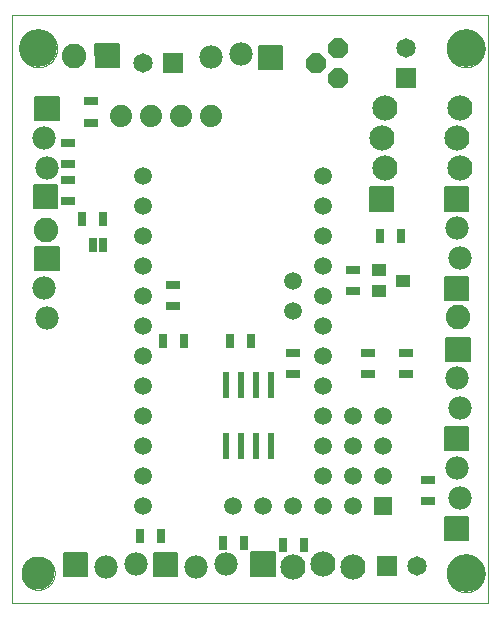
<source format=gbs>
G75*
%MOIN*%
%OFA0B0*%
%FSLAX25Y25*%
%IPPOS*%
%LPD*%
%AMOC8*
5,1,8,0,0,1.08239X$1,22.5*
%
%ADD10C,0.00000*%
%ADD11C,0.11024*%
%ADD12C,0.12598*%
%ADD13R,0.06500X0.06500*%
%ADD14C,0.06500*%
%ADD15R,0.03150X0.04724*%
%ADD16R,0.02362X0.08661*%
%ADD17OC8,0.06600*%
%ADD18R,0.04500X0.04000*%
%ADD19C,0.00500*%
%ADD20C,0.07800*%
%ADD21C,0.08400*%
%ADD22C,0.08200*%
%ADD23C,0.05906*%
%ADD24R,0.05906X0.05906*%
%ADD25R,0.04724X0.03150*%
%ADD26C,0.07400*%
%ADD27R,0.02500X0.05000*%
D10*
X0073845Y0002513D02*
X0073845Y0198763D01*
X0232595Y0198763D01*
X0232595Y0002513D01*
X0073845Y0002513D01*
X0077083Y0012513D02*
X0077085Y0012661D01*
X0077091Y0012809D01*
X0077101Y0012957D01*
X0077115Y0013104D01*
X0077133Y0013251D01*
X0077154Y0013397D01*
X0077180Y0013543D01*
X0077210Y0013688D01*
X0077243Y0013832D01*
X0077281Y0013975D01*
X0077322Y0014117D01*
X0077367Y0014258D01*
X0077415Y0014398D01*
X0077468Y0014537D01*
X0077524Y0014674D01*
X0077584Y0014809D01*
X0077647Y0014943D01*
X0077714Y0015075D01*
X0077785Y0015205D01*
X0077859Y0015333D01*
X0077936Y0015459D01*
X0078017Y0015583D01*
X0078101Y0015705D01*
X0078188Y0015824D01*
X0078279Y0015941D01*
X0078373Y0016056D01*
X0078469Y0016168D01*
X0078569Y0016278D01*
X0078671Y0016384D01*
X0078777Y0016488D01*
X0078885Y0016589D01*
X0078996Y0016687D01*
X0079109Y0016783D01*
X0079225Y0016875D01*
X0079343Y0016964D01*
X0079464Y0017049D01*
X0079587Y0017132D01*
X0079712Y0017211D01*
X0079839Y0017287D01*
X0079968Y0017359D01*
X0080099Y0017428D01*
X0080232Y0017493D01*
X0080367Y0017554D01*
X0080503Y0017612D01*
X0080640Y0017667D01*
X0080779Y0017717D01*
X0080920Y0017764D01*
X0081061Y0017807D01*
X0081204Y0017847D01*
X0081348Y0017882D01*
X0081492Y0017914D01*
X0081638Y0017941D01*
X0081784Y0017965D01*
X0081931Y0017985D01*
X0082078Y0018001D01*
X0082225Y0018013D01*
X0082373Y0018021D01*
X0082521Y0018025D01*
X0082669Y0018025D01*
X0082817Y0018021D01*
X0082965Y0018013D01*
X0083112Y0018001D01*
X0083259Y0017985D01*
X0083406Y0017965D01*
X0083552Y0017941D01*
X0083698Y0017914D01*
X0083842Y0017882D01*
X0083986Y0017847D01*
X0084129Y0017807D01*
X0084270Y0017764D01*
X0084411Y0017717D01*
X0084550Y0017667D01*
X0084687Y0017612D01*
X0084823Y0017554D01*
X0084958Y0017493D01*
X0085091Y0017428D01*
X0085222Y0017359D01*
X0085351Y0017287D01*
X0085478Y0017211D01*
X0085603Y0017132D01*
X0085726Y0017049D01*
X0085847Y0016964D01*
X0085965Y0016875D01*
X0086081Y0016783D01*
X0086194Y0016687D01*
X0086305Y0016589D01*
X0086413Y0016488D01*
X0086519Y0016384D01*
X0086621Y0016278D01*
X0086721Y0016168D01*
X0086817Y0016056D01*
X0086911Y0015941D01*
X0087002Y0015824D01*
X0087089Y0015705D01*
X0087173Y0015583D01*
X0087254Y0015459D01*
X0087331Y0015333D01*
X0087405Y0015205D01*
X0087476Y0015075D01*
X0087543Y0014943D01*
X0087606Y0014809D01*
X0087666Y0014674D01*
X0087722Y0014537D01*
X0087775Y0014398D01*
X0087823Y0014258D01*
X0087868Y0014117D01*
X0087909Y0013975D01*
X0087947Y0013832D01*
X0087980Y0013688D01*
X0088010Y0013543D01*
X0088036Y0013397D01*
X0088057Y0013251D01*
X0088075Y0013104D01*
X0088089Y0012957D01*
X0088099Y0012809D01*
X0088105Y0012661D01*
X0088107Y0012513D01*
X0088105Y0012365D01*
X0088099Y0012217D01*
X0088089Y0012069D01*
X0088075Y0011922D01*
X0088057Y0011775D01*
X0088036Y0011629D01*
X0088010Y0011483D01*
X0087980Y0011338D01*
X0087947Y0011194D01*
X0087909Y0011051D01*
X0087868Y0010909D01*
X0087823Y0010768D01*
X0087775Y0010628D01*
X0087722Y0010489D01*
X0087666Y0010352D01*
X0087606Y0010217D01*
X0087543Y0010083D01*
X0087476Y0009951D01*
X0087405Y0009821D01*
X0087331Y0009693D01*
X0087254Y0009567D01*
X0087173Y0009443D01*
X0087089Y0009321D01*
X0087002Y0009202D01*
X0086911Y0009085D01*
X0086817Y0008970D01*
X0086721Y0008858D01*
X0086621Y0008748D01*
X0086519Y0008642D01*
X0086413Y0008538D01*
X0086305Y0008437D01*
X0086194Y0008339D01*
X0086081Y0008243D01*
X0085965Y0008151D01*
X0085847Y0008062D01*
X0085726Y0007977D01*
X0085603Y0007894D01*
X0085478Y0007815D01*
X0085351Y0007739D01*
X0085222Y0007667D01*
X0085091Y0007598D01*
X0084958Y0007533D01*
X0084823Y0007472D01*
X0084687Y0007414D01*
X0084550Y0007359D01*
X0084411Y0007309D01*
X0084270Y0007262D01*
X0084129Y0007219D01*
X0083986Y0007179D01*
X0083842Y0007144D01*
X0083698Y0007112D01*
X0083552Y0007085D01*
X0083406Y0007061D01*
X0083259Y0007041D01*
X0083112Y0007025D01*
X0082965Y0007013D01*
X0082817Y0007005D01*
X0082669Y0007001D01*
X0082521Y0007001D01*
X0082373Y0007005D01*
X0082225Y0007013D01*
X0082078Y0007025D01*
X0081931Y0007041D01*
X0081784Y0007061D01*
X0081638Y0007085D01*
X0081492Y0007112D01*
X0081348Y0007144D01*
X0081204Y0007179D01*
X0081061Y0007219D01*
X0080920Y0007262D01*
X0080779Y0007309D01*
X0080640Y0007359D01*
X0080503Y0007414D01*
X0080367Y0007472D01*
X0080232Y0007533D01*
X0080099Y0007598D01*
X0079968Y0007667D01*
X0079839Y0007739D01*
X0079712Y0007815D01*
X0079587Y0007894D01*
X0079464Y0007977D01*
X0079343Y0008062D01*
X0079225Y0008151D01*
X0079109Y0008243D01*
X0078996Y0008339D01*
X0078885Y0008437D01*
X0078777Y0008538D01*
X0078671Y0008642D01*
X0078569Y0008748D01*
X0078469Y0008858D01*
X0078373Y0008970D01*
X0078279Y0009085D01*
X0078188Y0009202D01*
X0078101Y0009321D01*
X0078017Y0009443D01*
X0077936Y0009567D01*
X0077859Y0009693D01*
X0077785Y0009821D01*
X0077714Y0009951D01*
X0077647Y0010083D01*
X0077584Y0010217D01*
X0077524Y0010352D01*
X0077468Y0010489D01*
X0077415Y0010628D01*
X0077367Y0010768D01*
X0077322Y0010909D01*
X0077281Y0011051D01*
X0077243Y0011194D01*
X0077210Y0011338D01*
X0077180Y0011483D01*
X0077154Y0011629D01*
X0077133Y0011775D01*
X0077115Y0011922D01*
X0077101Y0012069D01*
X0077091Y0012217D01*
X0077085Y0012365D01*
X0077083Y0012513D01*
X0218796Y0012513D02*
X0218798Y0012671D01*
X0218804Y0012829D01*
X0218814Y0012987D01*
X0218828Y0013145D01*
X0218846Y0013302D01*
X0218867Y0013459D01*
X0218893Y0013615D01*
X0218923Y0013771D01*
X0218956Y0013926D01*
X0218994Y0014079D01*
X0219035Y0014232D01*
X0219080Y0014384D01*
X0219129Y0014535D01*
X0219182Y0014684D01*
X0219238Y0014832D01*
X0219298Y0014978D01*
X0219362Y0015123D01*
X0219430Y0015266D01*
X0219501Y0015408D01*
X0219575Y0015548D01*
X0219653Y0015685D01*
X0219735Y0015821D01*
X0219819Y0015955D01*
X0219908Y0016086D01*
X0219999Y0016215D01*
X0220094Y0016342D01*
X0220191Y0016467D01*
X0220292Y0016589D01*
X0220396Y0016708D01*
X0220503Y0016825D01*
X0220613Y0016939D01*
X0220726Y0017050D01*
X0220841Y0017159D01*
X0220959Y0017264D01*
X0221080Y0017366D01*
X0221203Y0017466D01*
X0221329Y0017562D01*
X0221457Y0017655D01*
X0221587Y0017745D01*
X0221720Y0017831D01*
X0221855Y0017915D01*
X0221991Y0017994D01*
X0222130Y0018071D01*
X0222271Y0018143D01*
X0222413Y0018213D01*
X0222557Y0018278D01*
X0222703Y0018340D01*
X0222850Y0018398D01*
X0222999Y0018453D01*
X0223149Y0018504D01*
X0223300Y0018551D01*
X0223452Y0018594D01*
X0223605Y0018633D01*
X0223760Y0018669D01*
X0223915Y0018700D01*
X0224071Y0018728D01*
X0224227Y0018752D01*
X0224384Y0018772D01*
X0224542Y0018788D01*
X0224699Y0018800D01*
X0224858Y0018808D01*
X0225016Y0018812D01*
X0225174Y0018812D01*
X0225332Y0018808D01*
X0225491Y0018800D01*
X0225648Y0018788D01*
X0225806Y0018772D01*
X0225963Y0018752D01*
X0226119Y0018728D01*
X0226275Y0018700D01*
X0226430Y0018669D01*
X0226585Y0018633D01*
X0226738Y0018594D01*
X0226890Y0018551D01*
X0227041Y0018504D01*
X0227191Y0018453D01*
X0227340Y0018398D01*
X0227487Y0018340D01*
X0227633Y0018278D01*
X0227777Y0018213D01*
X0227919Y0018143D01*
X0228060Y0018071D01*
X0228199Y0017994D01*
X0228335Y0017915D01*
X0228470Y0017831D01*
X0228603Y0017745D01*
X0228733Y0017655D01*
X0228861Y0017562D01*
X0228987Y0017466D01*
X0229110Y0017366D01*
X0229231Y0017264D01*
X0229349Y0017159D01*
X0229464Y0017050D01*
X0229577Y0016939D01*
X0229687Y0016825D01*
X0229794Y0016708D01*
X0229898Y0016589D01*
X0229999Y0016467D01*
X0230096Y0016342D01*
X0230191Y0016215D01*
X0230282Y0016086D01*
X0230371Y0015955D01*
X0230455Y0015821D01*
X0230537Y0015685D01*
X0230615Y0015548D01*
X0230689Y0015408D01*
X0230760Y0015266D01*
X0230828Y0015123D01*
X0230892Y0014978D01*
X0230952Y0014832D01*
X0231008Y0014684D01*
X0231061Y0014535D01*
X0231110Y0014384D01*
X0231155Y0014232D01*
X0231196Y0014079D01*
X0231234Y0013926D01*
X0231267Y0013771D01*
X0231297Y0013615D01*
X0231323Y0013459D01*
X0231344Y0013302D01*
X0231362Y0013145D01*
X0231376Y0012987D01*
X0231386Y0012829D01*
X0231392Y0012671D01*
X0231394Y0012513D01*
X0231392Y0012355D01*
X0231386Y0012197D01*
X0231376Y0012039D01*
X0231362Y0011881D01*
X0231344Y0011724D01*
X0231323Y0011567D01*
X0231297Y0011411D01*
X0231267Y0011255D01*
X0231234Y0011100D01*
X0231196Y0010947D01*
X0231155Y0010794D01*
X0231110Y0010642D01*
X0231061Y0010491D01*
X0231008Y0010342D01*
X0230952Y0010194D01*
X0230892Y0010048D01*
X0230828Y0009903D01*
X0230760Y0009760D01*
X0230689Y0009618D01*
X0230615Y0009478D01*
X0230537Y0009341D01*
X0230455Y0009205D01*
X0230371Y0009071D01*
X0230282Y0008940D01*
X0230191Y0008811D01*
X0230096Y0008684D01*
X0229999Y0008559D01*
X0229898Y0008437D01*
X0229794Y0008318D01*
X0229687Y0008201D01*
X0229577Y0008087D01*
X0229464Y0007976D01*
X0229349Y0007867D01*
X0229231Y0007762D01*
X0229110Y0007660D01*
X0228987Y0007560D01*
X0228861Y0007464D01*
X0228733Y0007371D01*
X0228603Y0007281D01*
X0228470Y0007195D01*
X0228335Y0007111D01*
X0228199Y0007032D01*
X0228060Y0006955D01*
X0227919Y0006883D01*
X0227777Y0006813D01*
X0227633Y0006748D01*
X0227487Y0006686D01*
X0227340Y0006628D01*
X0227191Y0006573D01*
X0227041Y0006522D01*
X0226890Y0006475D01*
X0226738Y0006432D01*
X0226585Y0006393D01*
X0226430Y0006357D01*
X0226275Y0006326D01*
X0226119Y0006298D01*
X0225963Y0006274D01*
X0225806Y0006254D01*
X0225648Y0006238D01*
X0225491Y0006226D01*
X0225332Y0006218D01*
X0225174Y0006214D01*
X0225016Y0006214D01*
X0224858Y0006218D01*
X0224699Y0006226D01*
X0224542Y0006238D01*
X0224384Y0006254D01*
X0224227Y0006274D01*
X0224071Y0006298D01*
X0223915Y0006326D01*
X0223760Y0006357D01*
X0223605Y0006393D01*
X0223452Y0006432D01*
X0223300Y0006475D01*
X0223149Y0006522D01*
X0222999Y0006573D01*
X0222850Y0006628D01*
X0222703Y0006686D01*
X0222557Y0006748D01*
X0222413Y0006813D01*
X0222271Y0006883D01*
X0222130Y0006955D01*
X0221991Y0007032D01*
X0221855Y0007111D01*
X0221720Y0007195D01*
X0221587Y0007281D01*
X0221457Y0007371D01*
X0221329Y0007464D01*
X0221203Y0007560D01*
X0221080Y0007660D01*
X0220959Y0007762D01*
X0220841Y0007867D01*
X0220726Y0007976D01*
X0220613Y0008087D01*
X0220503Y0008201D01*
X0220396Y0008318D01*
X0220292Y0008437D01*
X0220191Y0008559D01*
X0220094Y0008684D01*
X0219999Y0008811D01*
X0219908Y0008940D01*
X0219819Y0009071D01*
X0219735Y0009205D01*
X0219653Y0009341D01*
X0219575Y0009478D01*
X0219501Y0009618D01*
X0219430Y0009760D01*
X0219362Y0009903D01*
X0219298Y0010048D01*
X0219238Y0010194D01*
X0219182Y0010342D01*
X0219129Y0010491D01*
X0219080Y0010642D01*
X0219035Y0010794D01*
X0218994Y0010947D01*
X0218956Y0011100D01*
X0218923Y0011255D01*
X0218893Y0011411D01*
X0218867Y0011567D01*
X0218846Y0011724D01*
X0218828Y0011881D01*
X0218814Y0012039D01*
X0218804Y0012197D01*
X0218798Y0012355D01*
X0218796Y0012513D01*
X0218796Y0187513D02*
X0218798Y0187671D01*
X0218804Y0187829D01*
X0218814Y0187987D01*
X0218828Y0188145D01*
X0218846Y0188302D01*
X0218867Y0188459D01*
X0218893Y0188615D01*
X0218923Y0188771D01*
X0218956Y0188926D01*
X0218994Y0189079D01*
X0219035Y0189232D01*
X0219080Y0189384D01*
X0219129Y0189535D01*
X0219182Y0189684D01*
X0219238Y0189832D01*
X0219298Y0189978D01*
X0219362Y0190123D01*
X0219430Y0190266D01*
X0219501Y0190408D01*
X0219575Y0190548D01*
X0219653Y0190685D01*
X0219735Y0190821D01*
X0219819Y0190955D01*
X0219908Y0191086D01*
X0219999Y0191215D01*
X0220094Y0191342D01*
X0220191Y0191467D01*
X0220292Y0191589D01*
X0220396Y0191708D01*
X0220503Y0191825D01*
X0220613Y0191939D01*
X0220726Y0192050D01*
X0220841Y0192159D01*
X0220959Y0192264D01*
X0221080Y0192366D01*
X0221203Y0192466D01*
X0221329Y0192562D01*
X0221457Y0192655D01*
X0221587Y0192745D01*
X0221720Y0192831D01*
X0221855Y0192915D01*
X0221991Y0192994D01*
X0222130Y0193071D01*
X0222271Y0193143D01*
X0222413Y0193213D01*
X0222557Y0193278D01*
X0222703Y0193340D01*
X0222850Y0193398D01*
X0222999Y0193453D01*
X0223149Y0193504D01*
X0223300Y0193551D01*
X0223452Y0193594D01*
X0223605Y0193633D01*
X0223760Y0193669D01*
X0223915Y0193700D01*
X0224071Y0193728D01*
X0224227Y0193752D01*
X0224384Y0193772D01*
X0224542Y0193788D01*
X0224699Y0193800D01*
X0224858Y0193808D01*
X0225016Y0193812D01*
X0225174Y0193812D01*
X0225332Y0193808D01*
X0225491Y0193800D01*
X0225648Y0193788D01*
X0225806Y0193772D01*
X0225963Y0193752D01*
X0226119Y0193728D01*
X0226275Y0193700D01*
X0226430Y0193669D01*
X0226585Y0193633D01*
X0226738Y0193594D01*
X0226890Y0193551D01*
X0227041Y0193504D01*
X0227191Y0193453D01*
X0227340Y0193398D01*
X0227487Y0193340D01*
X0227633Y0193278D01*
X0227777Y0193213D01*
X0227919Y0193143D01*
X0228060Y0193071D01*
X0228199Y0192994D01*
X0228335Y0192915D01*
X0228470Y0192831D01*
X0228603Y0192745D01*
X0228733Y0192655D01*
X0228861Y0192562D01*
X0228987Y0192466D01*
X0229110Y0192366D01*
X0229231Y0192264D01*
X0229349Y0192159D01*
X0229464Y0192050D01*
X0229577Y0191939D01*
X0229687Y0191825D01*
X0229794Y0191708D01*
X0229898Y0191589D01*
X0229999Y0191467D01*
X0230096Y0191342D01*
X0230191Y0191215D01*
X0230282Y0191086D01*
X0230371Y0190955D01*
X0230455Y0190821D01*
X0230537Y0190685D01*
X0230615Y0190548D01*
X0230689Y0190408D01*
X0230760Y0190266D01*
X0230828Y0190123D01*
X0230892Y0189978D01*
X0230952Y0189832D01*
X0231008Y0189684D01*
X0231061Y0189535D01*
X0231110Y0189384D01*
X0231155Y0189232D01*
X0231196Y0189079D01*
X0231234Y0188926D01*
X0231267Y0188771D01*
X0231297Y0188615D01*
X0231323Y0188459D01*
X0231344Y0188302D01*
X0231362Y0188145D01*
X0231376Y0187987D01*
X0231386Y0187829D01*
X0231392Y0187671D01*
X0231394Y0187513D01*
X0231392Y0187355D01*
X0231386Y0187197D01*
X0231376Y0187039D01*
X0231362Y0186881D01*
X0231344Y0186724D01*
X0231323Y0186567D01*
X0231297Y0186411D01*
X0231267Y0186255D01*
X0231234Y0186100D01*
X0231196Y0185947D01*
X0231155Y0185794D01*
X0231110Y0185642D01*
X0231061Y0185491D01*
X0231008Y0185342D01*
X0230952Y0185194D01*
X0230892Y0185048D01*
X0230828Y0184903D01*
X0230760Y0184760D01*
X0230689Y0184618D01*
X0230615Y0184478D01*
X0230537Y0184341D01*
X0230455Y0184205D01*
X0230371Y0184071D01*
X0230282Y0183940D01*
X0230191Y0183811D01*
X0230096Y0183684D01*
X0229999Y0183559D01*
X0229898Y0183437D01*
X0229794Y0183318D01*
X0229687Y0183201D01*
X0229577Y0183087D01*
X0229464Y0182976D01*
X0229349Y0182867D01*
X0229231Y0182762D01*
X0229110Y0182660D01*
X0228987Y0182560D01*
X0228861Y0182464D01*
X0228733Y0182371D01*
X0228603Y0182281D01*
X0228470Y0182195D01*
X0228335Y0182111D01*
X0228199Y0182032D01*
X0228060Y0181955D01*
X0227919Y0181883D01*
X0227777Y0181813D01*
X0227633Y0181748D01*
X0227487Y0181686D01*
X0227340Y0181628D01*
X0227191Y0181573D01*
X0227041Y0181522D01*
X0226890Y0181475D01*
X0226738Y0181432D01*
X0226585Y0181393D01*
X0226430Y0181357D01*
X0226275Y0181326D01*
X0226119Y0181298D01*
X0225963Y0181274D01*
X0225806Y0181254D01*
X0225648Y0181238D01*
X0225491Y0181226D01*
X0225332Y0181218D01*
X0225174Y0181214D01*
X0225016Y0181214D01*
X0224858Y0181218D01*
X0224699Y0181226D01*
X0224542Y0181238D01*
X0224384Y0181254D01*
X0224227Y0181274D01*
X0224071Y0181298D01*
X0223915Y0181326D01*
X0223760Y0181357D01*
X0223605Y0181393D01*
X0223452Y0181432D01*
X0223300Y0181475D01*
X0223149Y0181522D01*
X0222999Y0181573D01*
X0222850Y0181628D01*
X0222703Y0181686D01*
X0222557Y0181748D01*
X0222413Y0181813D01*
X0222271Y0181883D01*
X0222130Y0181955D01*
X0221991Y0182032D01*
X0221855Y0182111D01*
X0221720Y0182195D01*
X0221587Y0182281D01*
X0221457Y0182371D01*
X0221329Y0182464D01*
X0221203Y0182560D01*
X0221080Y0182660D01*
X0220959Y0182762D01*
X0220841Y0182867D01*
X0220726Y0182976D01*
X0220613Y0183087D01*
X0220503Y0183201D01*
X0220396Y0183318D01*
X0220292Y0183437D01*
X0220191Y0183559D01*
X0220094Y0183684D01*
X0219999Y0183811D01*
X0219908Y0183940D01*
X0219819Y0184071D01*
X0219735Y0184205D01*
X0219653Y0184341D01*
X0219575Y0184478D01*
X0219501Y0184618D01*
X0219430Y0184760D01*
X0219362Y0184903D01*
X0219298Y0185048D01*
X0219238Y0185194D01*
X0219182Y0185342D01*
X0219129Y0185491D01*
X0219080Y0185642D01*
X0219035Y0185794D01*
X0218994Y0185947D01*
X0218956Y0186100D01*
X0218923Y0186255D01*
X0218893Y0186411D01*
X0218867Y0186567D01*
X0218846Y0186724D01*
X0218828Y0186881D01*
X0218814Y0187039D01*
X0218804Y0187197D01*
X0218798Y0187355D01*
X0218796Y0187513D01*
X0076296Y0187513D02*
X0076298Y0187671D01*
X0076304Y0187829D01*
X0076314Y0187987D01*
X0076328Y0188145D01*
X0076346Y0188302D01*
X0076367Y0188459D01*
X0076393Y0188615D01*
X0076423Y0188771D01*
X0076456Y0188926D01*
X0076494Y0189079D01*
X0076535Y0189232D01*
X0076580Y0189384D01*
X0076629Y0189535D01*
X0076682Y0189684D01*
X0076738Y0189832D01*
X0076798Y0189978D01*
X0076862Y0190123D01*
X0076930Y0190266D01*
X0077001Y0190408D01*
X0077075Y0190548D01*
X0077153Y0190685D01*
X0077235Y0190821D01*
X0077319Y0190955D01*
X0077408Y0191086D01*
X0077499Y0191215D01*
X0077594Y0191342D01*
X0077691Y0191467D01*
X0077792Y0191589D01*
X0077896Y0191708D01*
X0078003Y0191825D01*
X0078113Y0191939D01*
X0078226Y0192050D01*
X0078341Y0192159D01*
X0078459Y0192264D01*
X0078580Y0192366D01*
X0078703Y0192466D01*
X0078829Y0192562D01*
X0078957Y0192655D01*
X0079087Y0192745D01*
X0079220Y0192831D01*
X0079355Y0192915D01*
X0079491Y0192994D01*
X0079630Y0193071D01*
X0079771Y0193143D01*
X0079913Y0193213D01*
X0080057Y0193278D01*
X0080203Y0193340D01*
X0080350Y0193398D01*
X0080499Y0193453D01*
X0080649Y0193504D01*
X0080800Y0193551D01*
X0080952Y0193594D01*
X0081105Y0193633D01*
X0081260Y0193669D01*
X0081415Y0193700D01*
X0081571Y0193728D01*
X0081727Y0193752D01*
X0081884Y0193772D01*
X0082042Y0193788D01*
X0082199Y0193800D01*
X0082358Y0193808D01*
X0082516Y0193812D01*
X0082674Y0193812D01*
X0082832Y0193808D01*
X0082991Y0193800D01*
X0083148Y0193788D01*
X0083306Y0193772D01*
X0083463Y0193752D01*
X0083619Y0193728D01*
X0083775Y0193700D01*
X0083930Y0193669D01*
X0084085Y0193633D01*
X0084238Y0193594D01*
X0084390Y0193551D01*
X0084541Y0193504D01*
X0084691Y0193453D01*
X0084840Y0193398D01*
X0084987Y0193340D01*
X0085133Y0193278D01*
X0085277Y0193213D01*
X0085419Y0193143D01*
X0085560Y0193071D01*
X0085699Y0192994D01*
X0085835Y0192915D01*
X0085970Y0192831D01*
X0086103Y0192745D01*
X0086233Y0192655D01*
X0086361Y0192562D01*
X0086487Y0192466D01*
X0086610Y0192366D01*
X0086731Y0192264D01*
X0086849Y0192159D01*
X0086964Y0192050D01*
X0087077Y0191939D01*
X0087187Y0191825D01*
X0087294Y0191708D01*
X0087398Y0191589D01*
X0087499Y0191467D01*
X0087596Y0191342D01*
X0087691Y0191215D01*
X0087782Y0191086D01*
X0087871Y0190955D01*
X0087955Y0190821D01*
X0088037Y0190685D01*
X0088115Y0190548D01*
X0088189Y0190408D01*
X0088260Y0190266D01*
X0088328Y0190123D01*
X0088392Y0189978D01*
X0088452Y0189832D01*
X0088508Y0189684D01*
X0088561Y0189535D01*
X0088610Y0189384D01*
X0088655Y0189232D01*
X0088696Y0189079D01*
X0088734Y0188926D01*
X0088767Y0188771D01*
X0088797Y0188615D01*
X0088823Y0188459D01*
X0088844Y0188302D01*
X0088862Y0188145D01*
X0088876Y0187987D01*
X0088886Y0187829D01*
X0088892Y0187671D01*
X0088894Y0187513D01*
X0088892Y0187355D01*
X0088886Y0187197D01*
X0088876Y0187039D01*
X0088862Y0186881D01*
X0088844Y0186724D01*
X0088823Y0186567D01*
X0088797Y0186411D01*
X0088767Y0186255D01*
X0088734Y0186100D01*
X0088696Y0185947D01*
X0088655Y0185794D01*
X0088610Y0185642D01*
X0088561Y0185491D01*
X0088508Y0185342D01*
X0088452Y0185194D01*
X0088392Y0185048D01*
X0088328Y0184903D01*
X0088260Y0184760D01*
X0088189Y0184618D01*
X0088115Y0184478D01*
X0088037Y0184341D01*
X0087955Y0184205D01*
X0087871Y0184071D01*
X0087782Y0183940D01*
X0087691Y0183811D01*
X0087596Y0183684D01*
X0087499Y0183559D01*
X0087398Y0183437D01*
X0087294Y0183318D01*
X0087187Y0183201D01*
X0087077Y0183087D01*
X0086964Y0182976D01*
X0086849Y0182867D01*
X0086731Y0182762D01*
X0086610Y0182660D01*
X0086487Y0182560D01*
X0086361Y0182464D01*
X0086233Y0182371D01*
X0086103Y0182281D01*
X0085970Y0182195D01*
X0085835Y0182111D01*
X0085699Y0182032D01*
X0085560Y0181955D01*
X0085419Y0181883D01*
X0085277Y0181813D01*
X0085133Y0181748D01*
X0084987Y0181686D01*
X0084840Y0181628D01*
X0084691Y0181573D01*
X0084541Y0181522D01*
X0084390Y0181475D01*
X0084238Y0181432D01*
X0084085Y0181393D01*
X0083930Y0181357D01*
X0083775Y0181326D01*
X0083619Y0181298D01*
X0083463Y0181274D01*
X0083306Y0181254D01*
X0083148Y0181238D01*
X0082991Y0181226D01*
X0082832Y0181218D01*
X0082674Y0181214D01*
X0082516Y0181214D01*
X0082358Y0181218D01*
X0082199Y0181226D01*
X0082042Y0181238D01*
X0081884Y0181254D01*
X0081727Y0181274D01*
X0081571Y0181298D01*
X0081415Y0181326D01*
X0081260Y0181357D01*
X0081105Y0181393D01*
X0080952Y0181432D01*
X0080800Y0181475D01*
X0080649Y0181522D01*
X0080499Y0181573D01*
X0080350Y0181628D01*
X0080203Y0181686D01*
X0080057Y0181748D01*
X0079913Y0181813D01*
X0079771Y0181883D01*
X0079630Y0181955D01*
X0079491Y0182032D01*
X0079355Y0182111D01*
X0079220Y0182195D01*
X0079087Y0182281D01*
X0078957Y0182371D01*
X0078829Y0182464D01*
X0078703Y0182560D01*
X0078580Y0182660D01*
X0078459Y0182762D01*
X0078341Y0182867D01*
X0078226Y0182976D01*
X0078113Y0183087D01*
X0078003Y0183201D01*
X0077896Y0183318D01*
X0077792Y0183437D01*
X0077691Y0183559D01*
X0077594Y0183684D01*
X0077499Y0183811D01*
X0077408Y0183940D01*
X0077319Y0184071D01*
X0077235Y0184205D01*
X0077153Y0184341D01*
X0077075Y0184478D01*
X0077001Y0184618D01*
X0076930Y0184760D01*
X0076862Y0184903D01*
X0076798Y0185048D01*
X0076738Y0185194D01*
X0076682Y0185342D01*
X0076629Y0185491D01*
X0076580Y0185642D01*
X0076535Y0185794D01*
X0076494Y0185947D01*
X0076456Y0186100D01*
X0076423Y0186255D01*
X0076393Y0186411D01*
X0076367Y0186567D01*
X0076346Y0186724D01*
X0076328Y0186881D01*
X0076314Y0187039D01*
X0076304Y0187197D01*
X0076298Y0187355D01*
X0076296Y0187513D01*
D11*
X0082595Y0012513D03*
D12*
X0225095Y0012513D03*
X0225095Y0187513D03*
X0082595Y0187513D03*
D13*
X0127595Y0182513D03*
X0205095Y0177513D03*
X0198845Y0015013D03*
D14*
X0208845Y0015013D03*
X0117595Y0182513D03*
X0205095Y0187513D03*
D15*
X0203638Y0125013D03*
X0196552Y0125013D03*
X0153638Y0090013D03*
X0146552Y0090013D03*
X0131138Y0090013D03*
X0124052Y0090013D03*
X0104263Y0130638D03*
X0097177Y0130638D03*
X0116552Y0025013D03*
X0123638Y0025013D03*
X0144052Y0022513D03*
X0151138Y0022513D03*
X0164052Y0021888D03*
X0171138Y0021888D03*
D16*
X0160095Y0054777D03*
X0155095Y0054777D03*
X0150095Y0054777D03*
X0145095Y0054777D03*
X0145095Y0075249D03*
X0150095Y0075249D03*
X0155095Y0075249D03*
X0160095Y0075249D03*
D17*
X0182595Y0177513D03*
X0175095Y0182513D03*
X0182595Y0187513D03*
D18*
X0196095Y0113513D03*
X0196095Y0106513D03*
X0204095Y0110013D03*
D19*
X0218195Y0110191D02*
X0225995Y0110191D01*
X0225995Y0109693D02*
X0218195Y0109693D01*
X0218195Y0109194D02*
X0225995Y0109194D01*
X0225995Y0108696D02*
X0218195Y0108696D01*
X0218195Y0108197D02*
X0225995Y0108197D01*
X0225995Y0107699D02*
X0218195Y0107699D01*
X0218195Y0107200D02*
X0225995Y0107200D01*
X0225995Y0106702D02*
X0218195Y0106702D01*
X0218195Y0106203D02*
X0225995Y0106203D01*
X0225995Y0105705D02*
X0218195Y0105705D01*
X0218195Y0105206D02*
X0225995Y0105206D01*
X0225995Y0104708D02*
X0218195Y0104708D01*
X0218195Y0104209D02*
X0225995Y0104209D01*
X0225995Y0103711D02*
X0218195Y0103711D01*
X0218195Y0103613D02*
X0218195Y0111413D01*
X0225995Y0111413D01*
X0225995Y0103613D01*
X0218195Y0103613D01*
X0218195Y0110690D02*
X0225995Y0110690D01*
X0225995Y0111188D02*
X0218195Y0111188D01*
X0218695Y0090813D02*
X0226495Y0090913D01*
X0226495Y0083113D01*
X0218695Y0083113D01*
X0218695Y0090813D01*
X0218695Y0090749D02*
X0226495Y0090749D01*
X0226495Y0090251D02*
X0218695Y0090251D01*
X0218695Y0089752D02*
X0226495Y0089752D01*
X0226495Y0089254D02*
X0218695Y0089254D01*
X0218695Y0088755D02*
X0226495Y0088755D01*
X0226495Y0088257D02*
X0218695Y0088257D01*
X0218695Y0087758D02*
X0226495Y0087758D01*
X0226495Y0087260D02*
X0218695Y0087260D01*
X0218695Y0086761D02*
X0226495Y0086761D01*
X0226495Y0086263D02*
X0218695Y0086263D01*
X0218695Y0085764D02*
X0226495Y0085764D01*
X0226495Y0085266D02*
X0218695Y0085266D01*
X0218695Y0084767D02*
X0226495Y0084767D01*
X0226495Y0084269D02*
X0218695Y0084269D01*
X0218695Y0083770D02*
X0226495Y0083770D01*
X0226495Y0083272D02*
X0218695Y0083272D01*
X0218195Y0061413D02*
X0225995Y0061413D01*
X0225995Y0053613D01*
X0218195Y0053613D01*
X0218195Y0061413D01*
X0218195Y0061337D02*
X0225995Y0061337D01*
X0225995Y0060839D02*
X0218195Y0060839D01*
X0218195Y0060340D02*
X0225995Y0060340D01*
X0225995Y0059842D02*
X0218195Y0059842D01*
X0218195Y0059343D02*
X0225995Y0059343D01*
X0225995Y0058845D02*
X0218195Y0058845D01*
X0218195Y0058346D02*
X0225995Y0058346D01*
X0225995Y0057848D02*
X0218195Y0057848D01*
X0218195Y0057349D02*
X0225995Y0057349D01*
X0225995Y0056850D02*
X0218195Y0056850D01*
X0218195Y0056352D02*
X0225995Y0056352D01*
X0225995Y0055853D02*
X0218195Y0055853D01*
X0218195Y0055355D02*
X0225995Y0055355D01*
X0225995Y0054856D02*
X0218195Y0054856D01*
X0218195Y0054358D02*
X0225995Y0054358D01*
X0225995Y0053859D02*
X0218195Y0053859D01*
X0218195Y0031413D02*
X0225995Y0031413D01*
X0225995Y0023613D01*
X0218195Y0023613D01*
X0218195Y0031413D01*
X0218195Y0030928D02*
X0225995Y0030928D01*
X0225995Y0030429D02*
X0218195Y0030429D01*
X0218195Y0029931D02*
X0225995Y0029931D01*
X0225995Y0029432D02*
X0218195Y0029432D01*
X0218195Y0028934D02*
X0225995Y0028934D01*
X0225995Y0028435D02*
X0218195Y0028435D01*
X0218195Y0027937D02*
X0225995Y0027937D01*
X0225995Y0027438D02*
X0218195Y0027438D01*
X0218195Y0026940D02*
X0225995Y0026940D01*
X0225995Y0026441D02*
X0218195Y0026441D01*
X0218195Y0025943D02*
X0225995Y0025943D01*
X0225995Y0025444D02*
X0218195Y0025444D01*
X0218195Y0024946D02*
X0225995Y0024946D01*
X0225995Y0024447D02*
X0218195Y0024447D01*
X0218195Y0023949D02*
X0225995Y0023949D01*
X0161495Y0019513D02*
X0161495Y0011613D01*
X0153495Y0011613D01*
X0153495Y0019513D01*
X0161495Y0019513D01*
X0161495Y0019462D02*
X0153495Y0019462D01*
X0153495Y0018964D02*
X0161495Y0018964D01*
X0161495Y0018465D02*
X0153495Y0018465D01*
X0153495Y0017967D02*
X0161495Y0017967D01*
X0161495Y0017468D02*
X0153495Y0017468D01*
X0153495Y0016970D02*
X0161495Y0016970D01*
X0161495Y0016471D02*
X0153495Y0016471D01*
X0153495Y0015973D02*
X0161495Y0015973D01*
X0161495Y0015474D02*
X0153495Y0015474D01*
X0153495Y0014976D02*
X0161495Y0014976D01*
X0161495Y0014477D02*
X0153495Y0014477D01*
X0153495Y0013979D02*
X0161495Y0013979D01*
X0161495Y0013480D02*
X0153495Y0013480D01*
X0153495Y0012981D02*
X0161495Y0012981D01*
X0161495Y0012483D02*
X0153495Y0012483D01*
X0153495Y0011984D02*
X0161495Y0011984D01*
X0128995Y0011984D02*
X0121195Y0011984D01*
X0121195Y0011613D02*
X0121195Y0019413D01*
X0128995Y0019413D01*
X0128995Y0011613D01*
X0121195Y0011613D01*
X0121195Y0012483D02*
X0128995Y0012483D01*
X0128995Y0012981D02*
X0121195Y0012981D01*
X0121195Y0013480D02*
X0128995Y0013480D01*
X0128995Y0013979D02*
X0121195Y0013979D01*
X0121195Y0014477D02*
X0128995Y0014477D01*
X0128995Y0014976D02*
X0121195Y0014976D01*
X0121195Y0015474D02*
X0128995Y0015474D01*
X0128995Y0015973D02*
X0121195Y0015973D01*
X0121195Y0016471D02*
X0128995Y0016471D01*
X0128995Y0016970D02*
X0121195Y0016970D01*
X0121195Y0017468D02*
X0128995Y0017468D01*
X0128995Y0017967D02*
X0121195Y0017967D01*
X0121195Y0018465D02*
X0128995Y0018465D01*
X0128995Y0018964D02*
X0121195Y0018964D01*
X0098995Y0018964D02*
X0091195Y0018964D01*
X0091195Y0019413D02*
X0098995Y0019413D01*
X0098995Y0011613D01*
X0091195Y0011613D01*
X0091195Y0019413D01*
X0091195Y0018465D02*
X0098995Y0018465D01*
X0098995Y0017967D02*
X0091195Y0017967D01*
X0091195Y0017468D02*
X0098995Y0017468D01*
X0098995Y0016970D02*
X0091195Y0016970D01*
X0091195Y0016471D02*
X0098995Y0016471D01*
X0098995Y0015973D02*
X0091195Y0015973D01*
X0091195Y0015474D02*
X0098995Y0015474D01*
X0098995Y0014976D02*
X0091195Y0014976D01*
X0091195Y0014477D02*
X0098995Y0014477D01*
X0098995Y0013979D02*
X0091195Y0013979D01*
X0091195Y0013480D02*
X0098995Y0013480D01*
X0098995Y0012981D02*
X0091195Y0012981D01*
X0091195Y0012483D02*
X0098995Y0012483D01*
X0098995Y0011984D02*
X0091195Y0011984D01*
X0089495Y0113613D02*
X0081695Y0113613D01*
X0081695Y0121413D01*
X0089495Y0121413D01*
X0089495Y0113613D01*
X0089495Y0113681D02*
X0081695Y0113681D01*
X0081695Y0114179D02*
X0089495Y0114179D01*
X0089495Y0114678D02*
X0081695Y0114678D01*
X0081695Y0115176D02*
X0089495Y0115176D01*
X0089495Y0115675D02*
X0081695Y0115675D01*
X0081695Y0116173D02*
X0089495Y0116173D01*
X0089495Y0116672D02*
X0081695Y0116672D01*
X0081695Y0117170D02*
X0089495Y0117170D01*
X0089495Y0117669D02*
X0081695Y0117669D01*
X0081695Y0118167D02*
X0089495Y0118167D01*
X0089495Y0118666D02*
X0081695Y0118666D01*
X0081695Y0119164D02*
X0089495Y0119164D01*
X0089495Y0119663D02*
X0081695Y0119663D01*
X0081695Y0120161D02*
X0089495Y0120161D01*
X0089495Y0120660D02*
X0081695Y0120660D01*
X0081695Y0121158D02*
X0089495Y0121158D01*
X0088995Y0134213D02*
X0081195Y0134113D01*
X0081195Y0141913D01*
X0088995Y0141913D01*
X0088995Y0134213D01*
X0088995Y0134618D02*
X0081195Y0134618D01*
X0081195Y0134120D02*
X0081740Y0134120D01*
X0081195Y0135117D02*
X0088995Y0135117D01*
X0088995Y0135615D02*
X0081195Y0135615D01*
X0081195Y0136114D02*
X0088995Y0136114D01*
X0088995Y0136612D02*
X0081195Y0136612D01*
X0081195Y0137111D02*
X0088995Y0137111D01*
X0088995Y0137609D02*
X0081195Y0137609D01*
X0081195Y0138108D02*
X0088995Y0138108D01*
X0088995Y0138606D02*
X0081195Y0138606D01*
X0081195Y0139105D02*
X0088995Y0139105D01*
X0088995Y0139603D02*
X0081195Y0139603D01*
X0081195Y0140102D02*
X0088995Y0140102D01*
X0088995Y0140600D02*
X0081195Y0140600D01*
X0081195Y0141099D02*
X0088995Y0141099D01*
X0088995Y0141597D02*
X0081195Y0141597D01*
X0081695Y0163613D02*
X0089495Y0163613D01*
X0089495Y0171413D01*
X0081695Y0171413D01*
X0081695Y0163613D01*
X0081695Y0164030D02*
X0089495Y0164030D01*
X0089495Y0164529D02*
X0081695Y0164529D01*
X0081695Y0165027D02*
X0089495Y0165027D01*
X0089495Y0165526D02*
X0081695Y0165526D01*
X0081695Y0166024D02*
X0089495Y0166024D01*
X0089495Y0166523D02*
X0081695Y0166523D01*
X0081695Y0167021D02*
X0089495Y0167021D01*
X0089495Y0167520D02*
X0081695Y0167520D01*
X0081695Y0168019D02*
X0089495Y0168019D01*
X0089495Y0168517D02*
X0081695Y0168517D01*
X0081695Y0169016D02*
X0089495Y0169016D01*
X0089495Y0169514D02*
X0081695Y0169514D01*
X0081695Y0170013D02*
X0089495Y0170013D01*
X0089495Y0170511D02*
X0081695Y0170511D01*
X0081695Y0171010D02*
X0089495Y0171010D01*
X0101795Y0181113D02*
X0101695Y0188913D01*
X0109495Y0188913D01*
X0109495Y0181113D01*
X0101795Y0181113D01*
X0101790Y0181478D02*
X0109495Y0181478D01*
X0109495Y0181977D02*
X0101784Y0181977D01*
X0101778Y0182475D02*
X0109495Y0182475D01*
X0109495Y0182974D02*
X0101771Y0182974D01*
X0101765Y0183472D02*
X0109495Y0183472D01*
X0109495Y0183971D02*
X0101759Y0183971D01*
X0101752Y0184469D02*
X0109495Y0184469D01*
X0109495Y0184968D02*
X0101746Y0184968D01*
X0101739Y0185466D02*
X0109495Y0185466D01*
X0109495Y0185965D02*
X0101733Y0185965D01*
X0101727Y0186463D02*
X0109495Y0186463D01*
X0109495Y0186962D02*
X0101720Y0186962D01*
X0101714Y0187460D02*
X0109495Y0187460D01*
X0109495Y0187959D02*
X0101707Y0187959D01*
X0101701Y0188457D02*
X0109495Y0188457D01*
X0156195Y0188413D02*
X0156195Y0180613D01*
X0163995Y0180613D01*
X0163995Y0188413D01*
X0156195Y0188413D01*
X0156195Y0187959D02*
X0163995Y0187959D01*
X0163995Y0187460D02*
X0156195Y0187460D01*
X0156195Y0186962D02*
X0163995Y0186962D01*
X0163995Y0186463D02*
X0156195Y0186463D01*
X0156195Y0185965D02*
X0163995Y0185965D01*
X0163995Y0185466D02*
X0156195Y0185466D01*
X0156195Y0184968D02*
X0163995Y0184968D01*
X0163995Y0184469D02*
X0156195Y0184469D01*
X0156195Y0183971D02*
X0163995Y0183971D01*
X0163995Y0183472D02*
X0156195Y0183472D01*
X0156195Y0182974D02*
X0163995Y0182974D01*
X0163995Y0182475D02*
X0156195Y0182475D01*
X0156195Y0181977D02*
X0163995Y0181977D01*
X0163995Y0181478D02*
X0156195Y0181478D01*
X0156195Y0180980D02*
X0163995Y0180980D01*
X0193095Y0141413D02*
X0193095Y0133413D01*
X0200995Y0133413D01*
X0200995Y0141413D01*
X0193095Y0141413D01*
X0193095Y0141099D02*
X0200995Y0141099D01*
X0200995Y0140600D02*
X0193095Y0140600D01*
X0193095Y0140102D02*
X0200995Y0140102D01*
X0200995Y0139603D02*
X0193095Y0139603D01*
X0193095Y0139105D02*
X0200995Y0139105D01*
X0200995Y0138606D02*
X0193095Y0138606D01*
X0193095Y0138108D02*
X0200995Y0138108D01*
X0200995Y0137609D02*
X0193095Y0137609D01*
X0193095Y0137111D02*
X0200995Y0137111D01*
X0200995Y0136612D02*
X0193095Y0136612D01*
X0193095Y0136114D02*
X0200995Y0136114D01*
X0200995Y0135615D02*
X0193095Y0135615D01*
X0193095Y0135117D02*
X0200995Y0135117D01*
X0200995Y0134618D02*
X0193095Y0134618D01*
X0193095Y0134120D02*
X0200995Y0134120D01*
X0200995Y0133621D02*
X0193095Y0133621D01*
X0218095Y0133621D02*
X0225995Y0133621D01*
X0225995Y0133413D02*
X0218095Y0133413D01*
X0218095Y0141413D01*
X0225995Y0141413D01*
X0225995Y0133413D01*
X0225995Y0134120D02*
X0218095Y0134120D01*
X0218095Y0134618D02*
X0225995Y0134618D01*
X0225995Y0135117D02*
X0218095Y0135117D01*
X0218095Y0135615D02*
X0225995Y0135615D01*
X0225995Y0136114D02*
X0218095Y0136114D01*
X0218095Y0136612D02*
X0225995Y0136612D01*
X0225995Y0137111D02*
X0218095Y0137111D01*
X0218095Y0137609D02*
X0225995Y0137609D01*
X0225995Y0138108D02*
X0218095Y0138108D01*
X0218095Y0138606D02*
X0225995Y0138606D01*
X0225995Y0139105D02*
X0218095Y0139105D01*
X0218095Y0139603D02*
X0225995Y0139603D01*
X0225995Y0140102D02*
X0218095Y0140102D01*
X0218095Y0140600D02*
X0225995Y0140600D01*
X0225995Y0141099D02*
X0218095Y0141099D01*
D20*
X0222095Y0127513D03*
X0223095Y0117513D03*
X0222095Y0077513D03*
X0223095Y0067513D03*
X0222095Y0047513D03*
X0223095Y0037513D03*
X0145095Y0015513D03*
X0135095Y0014513D03*
X0115095Y0015513D03*
X0105095Y0014513D03*
X0085595Y0097513D03*
X0084595Y0107513D03*
X0085595Y0147513D03*
X0084595Y0157513D03*
X0140095Y0184513D03*
X0150095Y0185513D03*
D21*
X0198045Y0167513D03*
X0197045Y0157513D03*
X0198045Y0147513D03*
X0222045Y0157513D03*
X0223045Y0167513D03*
X0223045Y0147513D03*
X0177595Y0015563D03*
X0167595Y0014563D03*
X0187595Y0014563D03*
D22*
X0222595Y0098013D03*
X0094595Y0185013D03*
X0085095Y0127013D03*
D23*
X0117595Y0125013D03*
X0117595Y0135013D03*
X0117595Y0145013D03*
X0117595Y0115013D03*
X0117595Y0105013D03*
X0117595Y0095013D03*
X0117595Y0085013D03*
X0117595Y0075013D03*
X0117595Y0065013D03*
X0117595Y0055013D03*
X0117595Y0045013D03*
X0117595Y0035013D03*
X0147595Y0035013D03*
X0157595Y0035013D03*
X0167595Y0035013D03*
X0177595Y0035013D03*
X0177595Y0045013D03*
X0177595Y0055013D03*
X0177595Y0065013D03*
X0177595Y0075013D03*
X0177595Y0085013D03*
X0177595Y0095013D03*
X0167595Y0100013D03*
X0177595Y0105013D03*
X0167595Y0110013D03*
X0177595Y0115013D03*
X0177595Y0125013D03*
X0177595Y0135013D03*
X0177595Y0145013D03*
X0187595Y0065013D03*
X0197595Y0065013D03*
X0197595Y0055013D03*
X0187595Y0055013D03*
X0187595Y0045013D03*
X0197595Y0045013D03*
X0187595Y0035013D03*
D24*
X0197595Y0035013D03*
D25*
X0212595Y0036469D03*
X0212595Y0043556D03*
X0205095Y0078969D03*
X0205095Y0086056D03*
X0192595Y0086056D03*
X0192595Y0078969D03*
X0167595Y0078969D03*
X0167595Y0086056D03*
X0187595Y0106469D03*
X0187595Y0113556D03*
X0127595Y0108556D03*
X0127595Y0101469D03*
X0092595Y0136469D03*
X0092595Y0143556D03*
X0092595Y0148969D03*
X0092595Y0156056D03*
X0100095Y0162719D03*
X0100095Y0169806D03*
D26*
X0110095Y0165013D03*
X0120095Y0165013D03*
X0130095Y0165013D03*
X0140095Y0165013D03*
D27*
X0104367Y0121888D03*
X0100823Y0121888D03*
M02*

</source>
